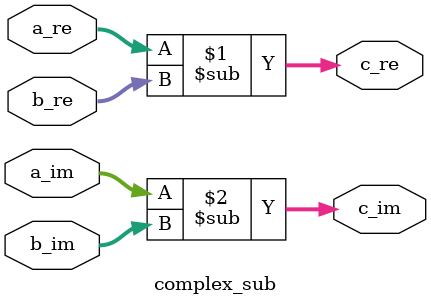
<source format=v>
module complex_sub(
    input signed [15:0]    a_re,
    input signed [15:0]    a_im,
    input signed [15:0]    b_re,
    input signed [15:0]    b_im,
    output signed [15:0]   c_re,
    output signed [15:0]   c_im
);

assign c_re = a_re - b_re;
assign c_im = a_im - b_im;

endmodule

</source>
